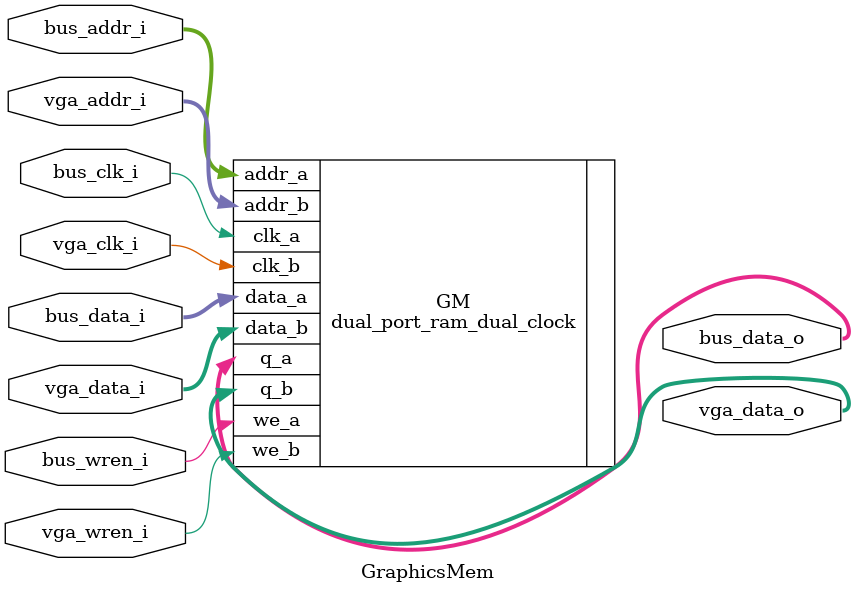
<source format=v>
module GraphicsMem(
	input [12:0] bus_addr_i,
	input [12:0] vga_addr_i,
	input bus_clk_i,
	input vga_clk_i,
	input [7:0] bus_data_i,
	input [7:0] vga_data_i,
	input bus_wren_i,
	input vga_wren_i,
	output [7:0] bus_data_o,
	output [7:0] vga_data_o
	);
	
	//M4K生成的4800B大小的显存
	dual_port_ram_dual_clock
	#(
		.DATA_WIDTH (8),
		.ADDR_WIDTH (13)
	)GM(
		.addr_a(bus_addr_i),
		.addr_b(vga_addr_i),
		.clk_a(bus_clk_i),
		.clk_b(vga_clk_i),
		.data_a(bus_data_i),
		.data_b(vga_data_i),
		.we_a(bus_wren_i),
		.we_b(vga_wren_i),
		.q_a(bus_data_o),
		.q_b(vga_data_o));
	
endmodule

</source>
